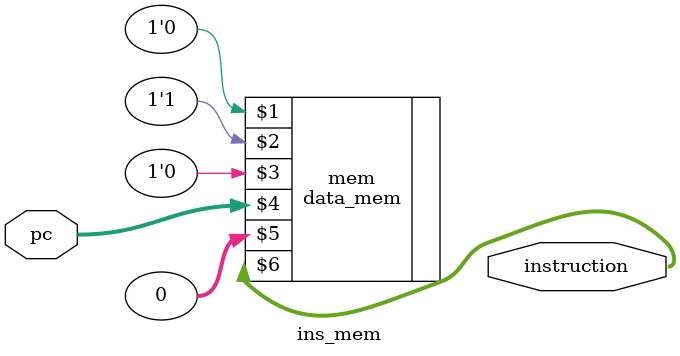
<source format=v>
module ins_mem (
    input wire [31:0] pc,
    output wire [31:0] instruction
);
    data_mem mem(1'b0,1'b1,1'b0,pc,0,instruction);
    
endmodule
</source>
